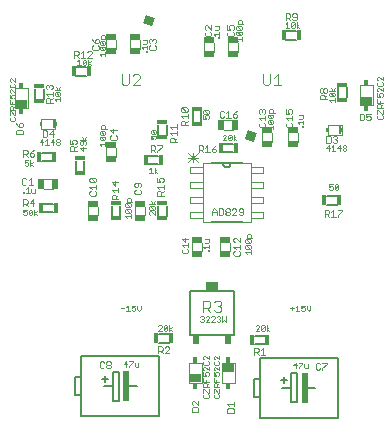
<source format=gto>
G75*
%MOIN*%
%OFA0B0*%
%FSLAX24Y24*%
%IPPOS*%
%LPD*%
%AMOC8*
5,1,8,0,0,1.08239X$1,22.5*
%
%ADD10C,0.0020*%
%ADD11R,0.0300X0.0300*%
%ADD12C,0.0000*%
%ADD13C,0.0030*%
%ADD14C,0.0060*%
%ADD15R,0.0340X0.0160*%
%ADD16C,0.0040*%
%ADD17R,0.0374X0.0197*%
%ADD18R,0.0160X0.0340*%
%ADD19R,0.0197X0.0374*%
%ADD20R,0.0083X0.0134*%
%ADD21R,0.0114X0.0315*%
%ADD22R,0.0433X0.0236*%
%ADD23R,0.0118X0.0217*%
%ADD24R,0.0433X0.0315*%
%ADD25C,0.0080*%
%ADD26R,0.0217X0.0285*%
%ADD27R,0.0394X0.0276*%
%ADD28R,0.0200X0.1000*%
D10*
X032010Y015197D02*
X032047Y015160D01*
X032120Y015160D01*
X032157Y015197D01*
X032231Y015197D02*
X032231Y015233D01*
X032268Y015270D01*
X032341Y015270D01*
X032378Y015233D01*
X032378Y015197D01*
X032341Y015160D01*
X032268Y015160D01*
X032231Y015197D01*
X032268Y015270D02*
X032231Y015307D01*
X032231Y015343D01*
X032268Y015380D01*
X032341Y015380D01*
X032378Y015343D01*
X032378Y015307D01*
X032341Y015270D01*
X032157Y015343D02*
X032120Y015380D01*
X032047Y015380D01*
X032010Y015343D01*
X032010Y015197D01*
X032810Y015300D02*
X032930Y015300D01*
X032994Y015240D02*
X032994Y015210D01*
X032994Y015240D02*
X033114Y015360D01*
X033114Y015390D01*
X032994Y015390D01*
X032900Y015390D02*
X032810Y015300D01*
X032900Y015210D02*
X032900Y015390D01*
X033178Y015330D02*
X033178Y015240D01*
X033208Y015210D01*
X033298Y015210D01*
X033298Y015330D01*
X033960Y015660D02*
X033960Y015880D01*
X034070Y015880D01*
X034107Y015843D01*
X034107Y015770D01*
X034070Y015733D01*
X033960Y015733D01*
X034033Y015733D02*
X034107Y015660D01*
X034181Y015660D02*
X034328Y015807D01*
X034328Y015843D01*
X034291Y015880D01*
X034218Y015880D01*
X034181Y015843D01*
X034181Y015660D02*
X034328Y015660D01*
X034328Y016410D02*
X034328Y016590D01*
X034264Y016560D02*
X034144Y016440D01*
X034174Y016410D01*
X034234Y016410D01*
X034264Y016440D01*
X034264Y016560D01*
X034234Y016590D01*
X034174Y016590D01*
X034144Y016560D01*
X034144Y016440D01*
X034080Y016410D02*
X033960Y016410D01*
X034080Y016530D01*
X034080Y016560D01*
X034050Y016590D01*
X033990Y016590D01*
X033960Y016560D01*
X034328Y016470D02*
X034418Y016530D01*
X034328Y016470D02*
X034418Y016410D01*
X035360Y016740D02*
X035390Y016710D01*
X035450Y016710D01*
X035480Y016740D01*
X035480Y016770D01*
X035450Y016800D01*
X035420Y016800D01*
X035450Y016800D02*
X035480Y016830D01*
X035480Y016860D01*
X035450Y016890D01*
X035390Y016890D01*
X035360Y016860D01*
X035544Y016860D02*
X035574Y016890D01*
X035634Y016890D01*
X035664Y016860D01*
X035664Y016830D01*
X035544Y016710D01*
X035664Y016710D01*
X035728Y016710D02*
X035848Y016830D01*
X035848Y016860D01*
X035818Y016890D01*
X035758Y016890D01*
X035728Y016860D01*
X035728Y016710D02*
X035848Y016710D01*
X035912Y016740D02*
X035942Y016710D01*
X036003Y016710D01*
X036033Y016740D01*
X036033Y016770D01*
X036003Y016800D01*
X035973Y016800D01*
X036003Y016800D02*
X036033Y016830D01*
X036033Y016860D01*
X036003Y016890D01*
X035942Y016890D01*
X035912Y016860D01*
X036097Y016890D02*
X036097Y016710D01*
X036157Y016770D01*
X036217Y016710D01*
X036217Y016890D01*
X037210Y016560D02*
X037240Y016590D01*
X037300Y016590D01*
X037330Y016560D01*
X037330Y016530D01*
X037210Y016410D01*
X037330Y016410D01*
X037394Y016440D02*
X037514Y016560D01*
X037514Y016440D01*
X037484Y016410D01*
X037424Y016410D01*
X037394Y016440D01*
X037394Y016560D01*
X037424Y016590D01*
X037484Y016590D01*
X037514Y016560D01*
X037578Y016590D02*
X037578Y016410D01*
X037578Y016470D02*
X037668Y016530D01*
X037578Y016470D02*
X037668Y016410D01*
X037454Y015830D02*
X037454Y015610D01*
X037381Y015610D02*
X037528Y015610D01*
X037381Y015757D02*
X037454Y015830D01*
X037307Y015793D02*
X037307Y015720D01*
X037270Y015683D01*
X037160Y015683D01*
X037160Y015610D02*
X037160Y015830D01*
X037270Y015830D01*
X037307Y015793D01*
X037233Y015683D02*
X037307Y015610D01*
X038460Y015250D02*
X038580Y015250D01*
X038644Y015190D02*
X038644Y015160D01*
X038644Y015190D02*
X038764Y015310D01*
X038764Y015340D01*
X038644Y015340D01*
X038550Y015340D02*
X038460Y015250D01*
X038550Y015160D02*
X038550Y015340D01*
X038828Y015280D02*
X038828Y015190D01*
X038858Y015160D01*
X038948Y015160D01*
X038948Y015280D01*
X039210Y015293D02*
X039210Y015147D01*
X039247Y015110D01*
X039320Y015110D01*
X039357Y015147D01*
X039431Y015147D02*
X039431Y015110D01*
X039431Y015147D02*
X039578Y015293D01*
X039578Y015330D01*
X039431Y015330D01*
X039357Y015293D02*
X039320Y015330D01*
X039247Y015330D01*
X039210Y015293D01*
X038973Y017060D02*
X039033Y017120D01*
X039033Y017240D01*
X038912Y017240D02*
X038912Y017120D01*
X038973Y017060D01*
X038848Y017090D02*
X038818Y017060D01*
X038758Y017060D01*
X038728Y017090D01*
X038728Y017150D02*
X038788Y017180D01*
X038818Y017180D01*
X038848Y017150D01*
X038848Y017090D01*
X038728Y017150D02*
X038728Y017240D01*
X038848Y017240D01*
X038604Y017240D02*
X038604Y017060D01*
X038544Y017060D02*
X038664Y017060D01*
X038544Y017180D02*
X038604Y017240D01*
X038480Y017150D02*
X038360Y017150D01*
X038420Y017210D02*
X038420Y017090D01*
X037040Y018960D02*
X037040Y019080D01*
X037040Y019020D02*
X036860Y019020D01*
X036920Y018960D01*
X036890Y019144D02*
X036860Y019174D01*
X036860Y019234D01*
X036890Y019264D01*
X037010Y019144D01*
X037040Y019174D01*
X037040Y019234D01*
X037010Y019264D01*
X036890Y019264D01*
X036890Y019328D02*
X036860Y019358D01*
X036860Y019418D01*
X036890Y019448D01*
X037010Y019328D01*
X037040Y019358D01*
X037040Y019418D01*
X037010Y019448D01*
X036890Y019448D01*
X036920Y019512D02*
X036920Y019603D01*
X036950Y019633D01*
X037010Y019633D01*
X037040Y019603D01*
X037040Y019512D01*
X037100Y019512D02*
X036920Y019512D01*
X036890Y019328D02*
X037010Y019328D01*
X037010Y019144D02*
X036890Y019144D01*
X036690Y019131D02*
X036690Y019278D01*
X036690Y019204D02*
X036470Y019204D01*
X036543Y019131D01*
X036507Y019057D02*
X036470Y019020D01*
X036470Y018947D01*
X036507Y018910D01*
X036653Y018910D01*
X036690Y018947D01*
X036690Y019020D01*
X036653Y019057D01*
X036690Y019352D02*
X036543Y019499D01*
X036507Y019499D01*
X036470Y019462D01*
X036470Y019389D01*
X036507Y019352D01*
X036690Y019352D02*
X036690Y019499D01*
X036681Y020260D02*
X036644Y020297D01*
X036681Y020260D02*
X036754Y020260D01*
X036791Y020297D01*
X036791Y020443D01*
X036754Y020480D01*
X036681Y020480D01*
X036644Y020443D01*
X036644Y020407D01*
X036681Y020370D01*
X036791Y020370D01*
X036570Y020407D02*
X036570Y020443D01*
X036533Y020480D01*
X036460Y020480D01*
X036423Y020443D01*
X036349Y020443D02*
X036349Y020407D01*
X036312Y020370D01*
X036239Y020370D01*
X036202Y020407D01*
X036202Y020443D01*
X036239Y020480D01*
X036312Y020480D01*
X036349Y020443D01*
X036312Y020370D02*
X036349Y020333D01*
X036349Y020297D01*
X036312Y020260D01*
X036239Y020260D01*
X036202Y020297D01*
X036202Y020333D01*
X036239Y020370D01*
X036128Y020297D02*
X036128Y020443D01*
X036091Y020480D01*
X035981Y020480D01*
X035981Y020260D01*
X036091Y020260D01*
X036128Y020297D01*
X035907Y020260D02*
X035907Y020407D01*
X035833Y020480D01*
X035760Y020407D01*
X035760Y020260D01*
X035760Y020370D02*
X035907Y020370D01*
X036423Y020260D02*
X036570Y020407D01*
X036570Y020260D02*
X036423Y020260D01*
X035640Y019456D02*
X035520Y019456D01*
X035520Y019336D02*
X035610Y019336D01*
X035640Y019366D01*
X035640Y019456D01*
X035640Y019272D02*
X035640Y019152D01*
X035640Y019212D02*
X035460Y019212D01*
X035520Y019152D01*
X035610Y019090D02*
X035640Y019090D01*
X035640Y019060D01*
X035610Y019060D01*
X035610Y019090D01*
X034940Y019100D02*
X034910Y019130D01*
X034940Y019100D02*
X034940Y019040D01*
X034910Y019010D01*
X034790Y019010D01*
X034760Y019040D01*
X034760Y019100D01*
X034790Y019130D01*
X034820Y019194D02*
X034760Y019254D01*
X034940Y019254D01*
X034940Y019194D02*
X034940Y019314D01*
X034850Y019378D02*
X034850Y019498D01*
X034940Y019468D02*
X034760Y019468D01*
X034850Y019378D01*
X033840Y020260D02*
X033720Y020380D01*
X033690Y020380D01*
X033660Y020350D01*
X033660Y020290D01*
X033690Y020260D01*
X033840Y020260D02*
X033840Y020380D01*
X033810Y020444D02*
X033690Y020564D01*
X033810Y020564D01*
X033840Y020534D01*
X033840Y020474D01*
X033810Y020444D01*
X033690Y020444D01*
X033660Y020474D01*
X033660Y020534D01*
X033690Y020564D01*
X033660Y020628D02*
X033840Y020628D01*
X033780Y020628D02*
X033720Y020718D01*
X033780Y020628D02*
X033840Y020718D01*
X033920Y020910D02*
X033920Y021020D01*
X033957Y021057D01*
X034030Y021057D01*
X034067Y021020D01*
X034067Y020910D01*
X034140Y020910D02*
X033920Y020910D01*
X034067Y020983D02*
X034140Y021057D01*
X034140Y021131D02*
X034140Y021278D01*
X034140Y021204D02*
X033920Y021204D01*
X033993Y021131D01*
X034030Y021352D02*
X033993Y021425D01*
X033993Y021462D01*
X034030Y021499D01*
X034103Y021499D01*
X034140Y021462D01*
X034140Y021389D01*
X034103Y021352D01*
X034030Y021352D02*
X033920Y021352D01*
X033920Y021499D01*
X033934Y021660D02*
X033844Y021720D01*
X033934Y021780D01*
X033844Y021840D02*
X033844Y021660D01*
X033780Y021660D02*
X033660Y021660D01*
X033720Y021660D02*
X033720Y021840D01*
X033660Y021780D01*
X033710Y022360D02*
X033710Y022580D01*
X033820Y022580D01*
X033857Y022543D01*
X033857Y022470D01*
X033820Y022433D01*
X033710Y022433D01*
X033783Y022433D02*
X033857Y022360D01*
X033931Y022360D02*
X033931Y022397D01*
X034078Y022543D01*
X034078Y022580D01*
X033931Y022580D01*
X033860Y022792D02*
X033890Y022822D01*
X033890Y022882D01*
X033860Y022912D01*
X033800Y022912D01*
X033770Y022882D01*
X033770Y022852D01*
X033800Y022792D01*
X033710Y022792D01*
X033710Y022912D01*
X033740Y022976D02*
X033710Y023006D01*
X033710Y023066D01*
X033740Y023096D01*
X033860Y022976D01*
X033890Y023006D01*
X033890Y023066D01*
X033860Y023096D01*
X033740Y023096D01*
X033740Y022976D02*
X033860Y022976D01*
X034360Y022991D02*
X034433Y022918D01*
X034397Y022844D02*
X034470Y022844D01*
X034507Y022807D01*
X034507Y022697D01*
X034580Y022697D02*
X034360Y022697D01*
X034360Y022807D01*
X034397Y022844D01*
X034507Y022770D02*
X034580Y022844D01*
X034580Y022918D02*
X034580Y023065D01*
X034580Y022991D02*
X034360Y022991D01*
X034433Y023139D02*
X034360Y023212D01*
X034580Y023212D01*
X034580Y023139D02*
X034580Y023286D01*
X034720Y023260D02*
X034720Y023370D01*
X034757Y023407D01*
X034830Y023407D01*
X034867Y023370D01*
X034867Y023260D01*
X034940Y023260D02*
X034720Y023260D01*
X034867Y023333D02*
X034940Y023407D01*
X034940Y023481D02*
X034940Y023628D01*
X034940Y023554D02*
X034720Y023554D01*
X034793Y023481D01*
X034757Y023702D02*
X034720Y023739D01*
X034720Y023812D01*
X034757Y023849D01*
X034903Y023702D01*
X034940Y023739D01*
X034940Y023812D01*
X034903Y023849D01*
X034757Y023849D01*
X034757Y023702D02*
X034903Y023702D01*
X035460Y023674D02*
X035460Y023734D01*
X035490Y023764D01*
X035610Y023644D01*
X035640Y023674D01*
X035640Y023734D01*
X035610Y023764D01*
X035490Y023764D01*
X035460Y023674D02*
X035490Y023644D01*
X035610Y023644D01*
X035610Y023580D02*
X035640Y023550D01*
X035640Y023490D01*
X035610Y023460D01*
X035550Y023460D02*
X035520Y023520D01*
X035520Y023550D01*
X035550Y023580D01*
X035610Y023580D01*
X035550Y023460D02*
X035460Y023460D01*
X035460Y023580D01*
X036010Y023547D02*
X036047Y023510D01*
X036120Y023510D01*
X036157Y023547D01*
X036231Y023510D02*
X036378Y023510D01*
X036304Y023510D02*
X036304Y023730D01*
X036231Y023657D01*
X036157Y023693D02*
X036120Y023730D01*
X036047Y023730D01*
X036010Y023693D01*
X036010Y023547D01*
X036452Y023547D02*
X036489Y023510D01*
X036562Y023510D01*
X036599Y023547D01*
X036599Y023583D01*
X036562Y023620D01*
X036452Y023620D01*
X036452Y023547D01*
X036452Y023620D02*
X036525Y023693D01*
X036599Y023730D01*
X037310Y023749D02*
X037310Y023676D01*
X037347Y023639D01*
X037420Y023712D02*
X037420Y023749D01*
X037457Y023786D01*
X037493Y023786D01*
X037530Y023749D01*
X037530Y023676D01*
X037493Y023639D01*
X037530Y023565D02*
X037530Y023418D01*
X037530Y023491D02*
X037310Y023491D01*
X037383Y023418D01*
X037347Y023344D02*
X037310Y023307D01*
X037310Y023234D01*
X037347Y023197D01*
X037493Y023197D01*
X037530Y023234D01*
X037530Y023307D01*
X037493Y023344D01*
X037610Y023338D02*
X037610Y023398D01*
X037640Y023428D01*
X037760Y023308D01*
X037790Y023338D01*
X037790Y023398D01*
X037760Y023428D01*
X037640Y023428D01*
X037640Y023492D02*
X037610Y023522D01*
X037610Y023582D01*
X037640Y023612D01*
X037760Y023492D01*
X037790Y023522D01*
X037790Y023582D01*
X037760Y023612D01*
X037640Y023612D01*
X037670Y023676D02*
X037670Y023766D01*
X037700Y023796D01*
X037760Y023796D01*
X037790Y023766D01*
X037790Y023676D01*
X037850Y023676D02*
X037670Y023676D01*
X037640Y023492D02*
X037760Y023492D01*
X037760Y023308D02*
X037640Y023308D01*
X037610Y023338D01*
X037610Y023183D02*
X037790Y023183D01*
X037790Y023123D02*
X037790Y023243D01*
X037670Y023123D02*
X037610Y023183D01*
X038210Y023234D02*
X038247Y023197D01*
X038393Y023197D01*
X038430Y023234D01*
X038430Y023307D01*
X038393Y023344D01*
X038430Y023418D02*
X038430Y023565D01*
X038430Y023491D02*
X038210Y023491D01*
X038283Y023418D01*
X038247Y023344D02*
X038210Y023307D01*
X038210Y023234D01*
X038210Y023639D02*
X038320Y023639D01*
X038283Y023712D01*
X038283Y023749D01*
X038320Y023786D01*
X038393Y023786D01*
X038430Y023749D01*
X038430Y023676D01*
X038393Y023639D01*
X038210Y023639D02*
X038210Y023786D01*
X038670Y023596D02*
X038790Y023596D01*
X038790Y023506D01*
X038760Y023476D01*
X038670Y023476D01*
X038790Y023412D02*
X038790Y023292D01*
X038790Y023352D02*
X038610Y023352D01*
X038670Y023292D01*
X038760Y023230D02*
X038790Y023230D01*
X038790Y023200D01*
X038760Y023200D01*
X038760Y023230D01*
X039568Y022890D02*
X039678Y022890D01*
X039715Y022853D01*
X039715Y022707D01*
X039678Y022670D01*
X039568Y022670D01*
X039568Y022890D01*
X039789Y022853D02*
X039826Y022890D01*
X039899Y022890D01*
X039936Y022853D01*
X039936Y022817D01*
X039899Y022780D01*
X039936Y022743D01*
X039936Y022707D01*
X039899Y022670D01*
X039826Y022670D01*
X039789Y022707D01*
X039862Y022780D02*
X039899Y022780D01*
X039804Y022590D02*
X039804Y022410D01*
X039744Y022410D02*
X039864Y022410D01*
X039928Y022500D02*
X040048Y022500D01*
X040112Y022470D02*
X040142Y022500D01*
X040203Y022500D01*
X040233Y022470D01*
X040233Y022440D01*
X040203Y022410D01*
X040142Y022410D01*
X040112Y022440D01*
X040112Y022470D01*
X040142Y022500D02*
X040112Y022530D01*
X040112Y022560D01*
X040142Y022590D01*
X040203Y022590D01*
X040233Y022560D01*
X040233Y022530D01*
X040203Y022500D01*
X040018Y022410D02*
X040018Y022590D01*
X039928Y022500D01*
X039804Y022590D02*
X039744Y022530D01*
X039680Y022500D02*
X039560Y022500D01*
X039650Y022590D01*
X039650Y022410D01*
X039660Y021290D02*
X039660Y021200D01*
X039720Y021230D01*
X039750Y021230D01*
X039780Y021200D01*
X039780Y021140D01*
X039750Y021110D01*
X039690Y021110D01*
X039660Y021140D01*
X039660Y021290D02*
X039780Y021290D01*
X039844Y021260D02*
X039874Y021290D01*
X039934Y021290D01*
X039964Y021260D01*
X039844Y021140D01*
X039874Y021110D01*
X039934Y021110D01*
X039964Y021140D01*
X039964Y021260D01*
X039844Y021260D02*
X039844Y021140D01*
X039804Y020430D02*
X039804Y020210D01*
X039731Y020210D02*
X039878Y020210D01*
X039952Y020210D02*
X039952Y020247D01*
X040099Y020393D01*
X040099Y020430D01*
X039952Y020430D01*
X039804Y020430D02*
X039731Y020357D01*
X039657Y020393D02*
X039657Y020320D01*
X039620Y020283D01*
X039510Y020283D01*
X039510Y020210D02*
X039510Y020430D01*
X039620Y020430D01*
X039657Y020393D01*
X039583Y020283D02*
X039657Y020210D01*
X036568Y022760D02*
X036478Y022820D01*
X036568Y022880D01*
X036478Y022940D02*
X036478Y022760D01*
X036414Y022790D02*
X036384Y022760D01*
X036324Y022760D01*
X036294Y022790D01*
X036414Y022910D01*
X036414Y022790D01*
X036294Y022790D02*
X036294Y022910D01*
X036324Y022940D01*
X036384Y022940D01*
X036414Y022910D01*
X036230Y022910D02*
X036200Y022940D01*
X036140Y022940D01*
X036110Y022910D01*
X036230Y022910D02*
X036230Y022880D01*
X036110Y022760D01*
X036230Y022760D01*
X035899Y022580D02*
X035825Y022543D01*
X035752Y022470D01*
X035862Y022470D01*
X035899Y022433D01*
X035899Y022397D01*
X035862Y022360D01*
X035789Y022360D01*
X035752Y022397D01*
X035752Y022470D01*
X035678Y022360D02*
X035531Y022360D01*
X035604Y022360D02*
X035604Y022580D01*
X035531Y022507D01*
X035457Y022543D02*
X035457Y022470D01*
X035420Y022433D01*
X035310Y022433D01*
X035310Y022360D02*
X035310Y022580D01*
X035420Y022580D01*
X035457Y022543D01*
X035383Y022433D02*
X035457Y022360D01*
X037310Y023749D02*
X037347Y023786D01*
X037383Y023786D01*
X037420Y023749D01*
X039360Y024118D02*
X039360Y024228D01*
X039397Y024265D01*
X039470Y024265D01*
X039507Y024228D01*
X039507Y024118D01*
X039580Y024118D02*
X039360Y024118D01*
X039507Y024191D02*
X039580Y024265D01*
X039660Y024252D02*
X039660Y024312D01*
X039690Y024342D01*
X039810Y024222D01*
X039840Y024252D01*
X039840Y024312D01*
X039810Y024342D01*
X039690Y024342D01*
X039660Y024407D02*
X039840Y024407D01*
X039780Y024407D02*
X039840Y024497D01*
X039780Y024407D02*
X039720Y024497D01*
X039580Y024449D02*
X039580Y024376D01*
X039543Y024339D01*
X039507Y024339D01*
X039470Y024376D01*
X039470Y024449D01*
X039507Y024486D01*
X039543Y024486D01*
X039580Y024449D01*
X039470Y024449D02*
X039433Y024486D01*
X039397Y024486D01*
X039360Y024449D01*
X039360Y024376D01*
X039397Y024339D01*
X039433Y024339D01*
X039470Y024376D01*
X039660Y024252D02*
X039690Y024222D01*
X039810Y024222D01*
X039840Y024158D02*
X039840Y024038D01*
X039840Y024098D02*
X039660Y024098D01*
X039720Y024038D01*
X040673Y023641D02*
X040783Y023641D01*
X040820Y023604D01*
X040820Y023457D01*
X040783Y023420D01*
X040673Y023420D01*
X040673Y023641D01*
X040894Y023641D02*
X040894Y023530D01*
X040967Y023567D01*
X041004Y023567D01*
X041041Y023530D01*
X041041Y023457D01*
X041004Y023420D01*
X040930Y023420D01*
X040894Y023457D01*
X040894Y023641D02*
X041041Y023641D01*
X041260Y023644D02*
X041260Y023764D01*
X041290Y023764D01*
X041410Y023644D01*
X041440Y023644D01*
X041440Y023764D01*
X041440Y023828D02*
X041260Y023828D01*
X041260Y023918D01*
X041290Y023948D01*
X041350Y023948D01*
X041380Y023918D01*
X041380Y023828D01*
X041380Y023888D02*
X041440Y023948D01*
X041440Y024012D02*
X041260Y024012D01*
X041260Y024133D01*
X041260Y024197D02*
X041350Y024197D01*
X041320Y024257D01*
X041320Y024287D01*
X041350Y024317D01*
X041410Y024317D01*
X041440Y024287D01*
X041440Y024227D01*
X041410Y024197D01*
X041350Y024073D02*
X041350Y024012D01*
X041260Y024197D02*
X041260Y024317D01*
X041290Y024381D02*
X041260Y024411D01*
X041260Y024471D01*
X041290Y024501D01*
X041320Y024501D01*
X041440Y024381D01*
X041440Y024501D01*
X041410Y024565D02*
X041440Y024595D01*
X041440Y024655D01*
X041410Y024685D01*
X041440Y024749D02*
X041320Y024869D01*
X041290Y024869D01*
X041260Y024839D01*
X041260Y024779D01*
X041290Y024749D01*
X041290Y024685D02*
X041260Y024655D01*
X041260Y024595D01*
X041290Y024565D01*
X041410Y024565D01*
X041440Y024749D02*
X041440Y024869D01*
X041410Y023580D02*
X041440Y023550D01*
X041440Y023490D01*
X041410Y023460D01*
X041290Y023460D01*
X041260Y023490D01*
X041260Y023550D01*
X041290Y023580D01*
X038668Y026510D02*
X038578Y026570D01*
X038668Y026630D01*
X038578Y026690D02*
X038578Y026510D01*
X038514Y026540D02*
X038484Y026510D01*
X038424Y026510D01*
X038394Y026540D01*
X038514Y026660D01*
X038514Y026540D01*
X038394Y026540D02*
X038394Y026660D01*
X038424Y026690D01*
X038484Y026690D01*
X038514Y026660D01*
X038541Y026760D02*
X038578Y026797D01*
X038578Y026943D01*
X038541Y026980D01*
X038468Y026980D01*
X038431Y026943D01*
X038431Y026907D01*
X038468Y026870D01*
X038578Y026870D01*
X038541Y026760D02*
X038468Y026760D01*
X038431Y026797D01*
X038357Y026760D02*
X038283Y026833D01*
X038320Y026833D02*
X038210Y026833D01*
X038210Y026760D02*
X038210Y026980D01*
X038320Y026980D01*
X038357Y026943D01*
X038357Y026870D01*
X038320Y026833D01*
X038270Y026690D02*
X038270Y026510D01*
X038210Y026510D02*
X038330Y026510D01*
X038210Y026630D02*
X038270Y026690D01*
X036800Y026626D02*
X036620Y026626D01*
X036620Y026716D01*
X036650Y026746D01*
X036710Y026746D01*
X036740Y026716D01*
X036740Y026626D01*
X036710Y026562D02*
X036740Y026532D01*
X036740Y026472D01*
X036710Y026442D01*
X036590Y026562D01*
X036710Y026562D01*
X036590Y026562D02*
X036560Y026532D01*
X036560Y026472D01*
X036590Y026442D01*
X036710Y026442D01*
X036710Y026378D02*
X036740Y026348D01*
X036740Y026288D01*
X036710Y026258D01*
X036590Y026378D01*
X036710Y026378D01*
X036590Y026378D02*
X036560Y026348D01*
X036560Y026288D01*
X036590Y026258D01*
X036710Y026258D01*
X036740Y026193D02*
X036740Y026073D01*
X036740Y026133D02*
X036560Y026133D01*
X036620Y026073D01*
X036443Y026218D02*
X036480Y026255D01*
X036480Y026328D01*
X036443Y026365D01*
X036443Y026439D02*
X036480Y026476D01*
X036480Y026549D01*
X036443Y026586D01*
X036370Y026586D01*
X036333Y026549D01*
X036333Y026512D01*
X036370Y026439D01*
X036260Y026439D01*
X036260Y026586D01*
X036297Y026365D02*
X036260Y026328D01*
X036260Y026255D01*
X036297Y026218D01*
X036443Y026218D01*
X035990Y026242D02*
X035990Y026362D01*
X035990Y026302D02*
X035810Y026302D01*
X035870Y026242D01*
X035960Y026180D02*
X035990Y026180D01*
X035990Y026150D01*
X035960Y026150D01*
X035960Y026180D01*
X035730Y026255D02*
X035730Y026328D01*
X035693Y026365D01*
X035730Y026439D02*
X035583Y026586D01*
X035547Y026586D01*
X035510Y026549D01*
X035510Y026476D01*
X035547Y026439D01*
X035547Y026365D02*
X035510Y026328D01*
X035510Y026255D01*
X035547Y026218D01*
X035693Y026218D01*
X035730Y026255D01*
X035730Y026439D02*
X035730Y026586D01*
X035870Y026546D02*
X035990Y026546D01*
X035990Y026456D01*
X035960Y026426D01*
X035870Y026426D01*
X033880Y026099D02*
X033880Y026026D01*
X033843Y025989D01*
X033843Y025915D02*
X033880Y025878D01*
X033880Y025805D01*
X033843Y025768D01*
X033697Y025768D01*
X033660Y025805D01*
X033660Y025878D01*
X033697Y025915D01*
X033697Y025989D02*
X033660Y026026D01*
X033660Y026099D01*
X033697Y026136D01*
X033733Y026136D01*
X033770Y026099D01*
X033807Y026136D01*
X033843Y026136D01*
X033880Y026099D01*
X033770Y026099D02*
X033770Y026062D01*
X033590Y026096D02*
X033470Y026096D01*
X033590Y026096D02*
X033590Y026006D01*
X033560Y025976D01*
X033470Y025976D01*
X033590Y025912D02*
X033590Y025792D01*
X033590Y025852D02*
X033410Y025852D01*
X033470Y025792D01*
X033560Y025730D02*
X033560Y025700D01*
X033590Y025700D01*
X033590Y025730D01*
X033560Y025730D01*
X032250Y026126D02*
X032070Y026126D01*
X032070Y026216D01*
X032100Y026246D01*
X032160Y026246D01*
X032190Y026216D01*
X032190Y026126D01*
X032160Y026062D02*
X032190Y026032D01*
X032190Y025972D01*
X032160Y025942D01*
X032040Y026062D01*
X032160Y026062D01*
X032040Y026062D02*
X032010Y026032D01*
X032010Y025972D01*
X032040Y025942D01*
X032160Y025942D01*
X032160Y025878D02*
X032190Y025848D01*
X032190Y025788D01*
X032160Y025758D01*
X032040Y025878D01*
X032160Y025878D01*
X032040Y025878D02*
X032010Y025848D01*
X032010Y025788D01*
X032040Y025758D01*
X032160Y025758D01*
X032190Y025693D02*
X032190Y025573D01*
X032190Y025633D02*
X032010Y025633D01*
X032070Y025573D01*
X031943Y025768D02*
X031980Y025805D01*
X031980Y025878D01*
X031943Y025915D01*
X031943Y025989D02*
X031980Y026026D01*
X031980Y026099D01*
X031943Y026136D01*
X031907Y026136D01*
X031870Y026099D01*
X031870Y025989D01*
X031943Y025989D01*
X031870Y025989D02*
X031797Y026062D01*
X031760Y026136D01*
X031797Y025915D02*
X031760Y025878D01*
X031760Y025805D01*
X031797Y025768D01*
X031943Y025768D01*
X031749Y025693D02*
X031712Y025730D01*
X031639Y025730D01*
X031602Y025693D01*
X031749Y025693D02*
X031749Y025657D01*
X031602Y025510D01*
X031749Y025510D01*
X031718Y025380D02*
X031628Y025320D01*
X031718Y025260D01*
X031628Y025260D02*
X031628Y025440D01*
X031564Y025410D02*
X031444Y025290D01*
X031474Y025260D01*
X031534Y025260D01*
X031564Y025290D01*
X031564Y025410D01*
X031534Y025440D01*
X031474Y025440D01*
X031444Y025410D01*
X031444Y025290D01*
X031380Y025260D02*
X031260Y025260D01*
X031320Y025260D02*
X031320Y025440D01*
X031260Y025380D01*
X031307Y025510D02*
X031233Y025583D01*
X031270Y025583D02*
X031160Y025583D01*
X031160Y025510D02*
X031160Y025730D01*
X031270Y025730D01*
X031307Y025693D01*
X031307Y025620D01*
X031270Y025583D01*
X031381Y025510D02*
X031528Y025510D01*
X031454Y025510D02*
X031454Y025730D01*
X031381Y025657D01*
X030403Y024599D02*
X030440Y024562D01*
X030440Y024489D01*
X030403Y024452D01*
X030440Y024378D02*
X030440Y024231D01*
X030440Y024304D02*
X030220Y024304D01*
X030293Y024231D01*
X030257Y024157D02*
X030330Y024157D01*
X030367Y024120D01*
X030367Y024010D01*
X030440Y024010D02*
X030220Y024010D01*
X030220Y024120D01*
X030257Y024157D01*
X030367Y024083D02*
X030440Y024157D01*
X030510Y024120D02*
X030690Y024120D01*
X030690Y024060D02*
X030690Y024180D01*
X030660Y024244D02*
X030540Y024364D01*
X030660Y024364D01*
X030690Y024334D01*
X030690Y024274D01*
X030660Y024244D01*
X030540Y024244D01*
X030510Y024274D01*
X030510Y024334D01*
X030540Y024364D01*
X030510Y024428D02*
X030690Y024428D01*
X030630Y024428D02*
X030570Y024518D01*
X030630Y024428D02*
X030690Y024518D01*
X030403Y024599D02*
X030367Y024599D01*
X030330Y024562D01*
X030330Y024525D01*
X030330Y024562D02*
X030293Y024599D01*
X030257Y024599D01*
X030220Y024562D01*
X030220Y024489D01*
X030257Y024452D01*
X030510Y024120D02*
X030570Y024060D01*
X030441Y023080D02*
X030331Y022970D01*
X030478Y022970D01*
X030441Y022860D02*
X030441Y023080D01*
X030257Y023043D02*
X030257Y022897D01*
X030220Y022860D01*
X030110Y022860D01*
X030110Y023080D01*
X030220Y023080D01*
X030257Y023043D01*
X030254Y022790D02*
X030254Y022610D01*
X030194Y022610D02*
X030314Y022610D01*
X030378Y022700D02*
X030498Y022700D01*
X030562Y022670D02*
X030592Y022700D01*
X030653Y022700D01*
X030683Y022670D01*
X030683Y022640D01*
X030653Y022610D01*
X030592Y022610D01*
X030562Y022640D01*
X030562Y022670D01*
X030592Y022700D02*
X030562Y022730D01*
X030562Y022760D01*
X030592Y022790D01*
X030653Y022790D01*
X030683Y022760D01*
X030683Y022730D01*
X030653Y022700D01*
X030468Y022610D02*
X030468Y022790D01*
X030378Y022700D01*
X030254Y022790D02*
X030194Y022730D01*
X030130Y022700D02*
X030010Y022700D01*
X030100Y022790D01*
X030100Y022610D01*
X029828Y022430D02*
X029754Y022393D01*
X029681Y022320D01*
X029791Y022320D01*
X029828Y022283D01*
X029828Y022247D01*
X029791Y022210D01*
X029718Y022210D01*
X029681Y022247D01*
X029681Y022320D01*
X029607Y022320D02*
X029570Y022283D01*
X029460Y022283D01*
X029460Y022210D02*
X029460Y022430D01*
X029570Y022430D01*
X029607Y022393D01*
X029607Y022320D01*
X029533Y022283D02*
X029607Y022210D01*
X029630Y022090D02*
X029510Y022090D01*
X029510Y022000D01*
X029570Y022030D01*
X029600Y022030D01*
X029630Y022000D01*
X029630Y021940D01*
X029600Y021910D01*
X029540Y021910D01*
X029510Y021940D01*
X029694Y021910D02*
X029694Y022090D01*
X029784Y022030D02*
X029694Y021970D01*
X029784Y021910D01*
X029712Y021490D02*
X029639Y021417D01*
X029565Y021453D02*
X029528Y021490D01*
X029455Y021490D01*
X029418Y021453D01*
X029418Y021307D01*
X029455Y021270D01*
X029528Y021270D01*
X029565Y021307D01*
X029639Y021270D02*
X029786Y021270D01*
X029712Y021270D02*
X029712Y021490D01*
X029612Y021190D02*
X029612Y021010D01*
X029552Y021010D02*
X029672Y021010D01*
X029736Y021040D02*
X029766Y021010D01*
X029856Y021010D01*
X029856Y021130D01*
X029736Y021130D02*
X029736Y021040D01*
X029612Y021190D02*
X029552Y021130D01*
X029490Y021040D02*
X029490Y021010D01*
X029460Y021010D01*
X029460Y021040D01*
X029490Y021040D01*
X029460Y020780D02*
X029570Y020780D01*
X029607Y020743D01*
X029607Y020670D01*
X029570Y020633D01*
X029460Y020633D01*
X029460Y020560D02*
X029460Y020780D01*
X029533Y020633D02*
X029607Y020560D01*
X029580Y020440D02*
X029460Y020440D01*
X029460Y020350D01*
X029520Y020380D01*
X029550Y020380D01*
X029580Y020350D01*
X029580Y020290D01*
X029550Y020260D01*
X029490Y020260D01*
X029460Y020290D01*
X029644Y020290D02*
X029764Y020410D01*
X029764Y020290D01*
X029734Y020260D01*
X029674Y020260D01*
X029644Y020290D01*
X029644Y020410D01*
X029674Y020440D01*
X029734Y020440D01*
X029764Y020410D01*
X029828Y020440D02*
X029828Y020260D01*
X029828Y020320D02*
X029918Y020380D01*
X029828Y020320D02*
X029918Y020260D01*
X029791Y020560D02*
X029791Y020780D01*
X029681Y020670D01*
X029828Y020670D01*
X031670Y020947D02*
X031707Y020910D01*
X031853Y020910D01*
X031890Y020947D01*
X031890Y021020D01*
X031853Y021057D01*
X031890Y021131D02*
X031890Y021278D01*
X031890Y021204D02*
X031670Y021204D01*
X031743Y021131D01*
X031707Y021057D02*
X031670Y021020D01*
X031670Y020947D01*
X031707Y021352D02*
X031670Y021389D01*
X031670Y021462D01*
X031707Y021499D01*
X031853Y021352D01*
X031890Y021389D01*
X031890Y021462D01*
X031853Y021499D01*
X031707Y021499D01*
X031707Y021352D02*
X031853Y021352D01*
X032410Y021349D02*
X032520Y021239D01*
X032520Y021386D01*
X032630Y021349D02*
X032410Y021349D01*
X032410Y021091D02*
X032630Y021091D01*
X032630Y021018D02*
X032630Y021165D01*
X032483Y021018D02*
X032410Y021091D01*
X032447Y020944D02*
X032520Y020944D01*
X032557Y020907D01*
X032557Y020797D01*
X032630Y020797D02*
X032410Y020797D01*
X032410Y020907D01*
X032447Y020944D01*
X032557Y020870D02*
X032630Y020944D01*
X032920Y020803D02*
X032950Y020833D01*
X033010Y020833D01*
X033040Y020803D01*
X033040Y020712D01*
X033100Y020712D02*
X032920Y020712D01*
X032920Y020803D01*
X032890Y020648D02*
X033010Y020528D01*
X033040Y020558D01*
X033040Y020618D01*
X033010Y020648D01*
X032890Y020648D01*
X032860Y020618D01*
X032860Y020558D01*
X032890Y020528D01*
X033010Y020528D01*
X033010Y020464D02*
X033040Y020434D01*
X033040Y020374D01*
X033010Y020344D01*
X032890Y020464D01*
X033010Y020464D01*
X033010Y020344D02*
X032890Y020344D01*
X032860Y020374D01*
X032860Y020434D01*
X032890Y020464D01*
X033040Y020280D02*
X033040Y020160D01*
X033040Y020220D02*
X032860Y020220D01*
X032920Y020160D01*
X033207Y020960D02*
X033353Y020960D01*
X033390Y020997D01*
X033390Y021070D01*
X033353Y021107D01*
X033353Y021181D02*
X033390Y021218D01*
X033390Y021291D01*
X033353Y021328D01*
X033207Y021328D01*
X033170Y021291D01*
X033170Y021218D01*
X033207Y021181D01*
X033243Y021181D01*
X033280Y021218D01*
X033280Y021328D01*
X033207Y021107D02*
X033170Y021070D01*
X033170Y020997D01*
X033207Y020960D01*
X031540Y022500D02*
X031360Y022500D01*
X031450Y022410D01*
X031450Y022530D01*
X031420Y022594D02*
X031450Y022624D01*
X031450Y022714D01*
X031510Y022714D02*
X031390Y022714D01*
X031360Y022684D01*
X031360Y022624D01*
X031390Y022594D01*
X031420Y022594D01*
X031510Y022594D02*
X031540Y022624D01*
X031540Y022684D01*
X031510Y022714D01*
X031540Y022778D02*
X031360Y022778D01*
X031420Y022868D02*
X031480Y022778D01*
X031540Y022868D01*
X031240Y022741D02*
X031240Y022668D01*
X031203Y022631D01*
X031130Y022631D02*
X031093Y022704D01*
X031093Y022741D01*
X031130Y022778D01*
X031203Y022778D01*
X031240Y022741D01*
X031130Y022631D02*
X031020Y022631D01*
X031020Y022778D01*
X031057Y022557D02*
X031130Y022557D01*
X031167Y022520D01*
X031167Y022410D01*
X031240Y022410D02*
X031020Y022410D01*
X031020Y022520D01*
X031057Y022557D01*
X031167Y022483D02*
X031240Y022557D01*
X032010Y022633D02*
X032190Y022633D01*
X032190Y022573D02*
X032190Y022693D01*
X032160Y022758D02*
X032040Y022878D01*
X032160Y022878D01*
X032190Y022848D01*
X032190Y022788D01*
X032160Y022758D01*
X032040Y022758D01*
X032010Y022788D01*
X032010Y022848D01*
X032040Y022878D01*
X032040Y022942D02*
X032010Y022972D01*
X032010Y023032D01*
X032040Y023062D01*
X032160Y022942D01*
X032190Y022972D01*
X032190Y023032D01*
X032160Y023062D01*
X032040Y023062D01*
X032070Y023126D02*
X032070Y023216D01*
X032100Y023246D01*
X032160Y023246D01*
X032190Y023216D01*
X032190Y023126D01*
X032250Y023126D02*
X032070Y023126D01*
X032040Y022942D02*
X032160Y022942D01*
X032360Y022878D02*
X032360Y022805D01*
X032397Y022768D01*
X032543Y022768D01*
X032580Y022805D01*
X032580Y022878D01*
X032543Y022915D01*
X032470Y022989D02*
X032470Y023136D01*
X032580Y023099D02*
X032360Y023099D01*
X032470Y022989D01*
X032397Y022915D02*
X032360Y022878D01*
X032070Y022573D02*
X032010Y022633D01*
X029445Y022960D02*
X029445Y023070D01*
X029408Y023107D01*
X029261Y023107D01*
X029225Y023070D01*
X029225Y022960D01*
X029445Y022960D01*
X029408Y023181D02*
X029445Y023218D01*
X029445Y023291D01*
X029408Y023328D01*
X029371Y023328D01*
X029335Y023291D01*
X029335Y023181D01*
X029408Y023181D01*
X029335Y023181D02*
X029261Y023255D01*
X029225Y023328D01*
X029160Y023410D02*
X029040Y023410D01*
X029010Y023440D01*
X029010Y023500D01*
X029040Y023530D01*
X029010Y023594D02*
X029010Y023714D01*
X029040Y023714D01*
X029160Y023594D01*
X029190Y023594D01*
X029190Y023714D01*
X029190Y023778D02*
X029010Y023778D01*
X029010Y023868D01*
X029040Y023898D01*
X029100Y023898D01*
X029130Y023868D01*
X029130Y023778D01*
X029130Y023838D02*
X029190Y023898D01*
X029190Y023962D02*
X029010Y023962D01*
X029010Y024083D01*
X029010Y024147D02*
X029100Y024147D01*
X029070Y024207D01*
X029070Y024237D01*
X029100Y024267D01*
X029160Y024267D01*
X029190Y024237D01*
X029190Y024177D01*
X029160Y024147D01*
X029100Y024023D02*
X029100Y023962D01*
X029010Y024147D02*
X029010Y024267D01*
X029040Y024331D02*
X029010Y024361D01*
X029010Y024421D01*
X029040Y024451D01*
X029070Y024451D01*
X029190Y024331D01*
X029190Y024451D01*
X029160Y024515D02*
X029190Y024545D01*
X029190Y024605D01*
X029160Y024635D01*
X029190Y024699D02*
X029070Y024819D01*
X029040Y024819D01*
X029010Y024789D01*
X029010Y024729D01*
X029040Y024699D01*
X029040Y024635D02*
X029010Y024605D01*
X029010Y024545D01*
X029040Y024515D01*
X029160Y024515D01*
X029190Y024699D02*
X029190Y024819D01*
X029160Y023530D02*
X029190Y023500D01*
X029190Y023440D01*
X029160Y023410D01*
X032710Y017150D02*
X032830Y017150D01*
X032894Y017180D02*
X032954Y017240D01*
X032954Y017060D01*
X032894Y017060D02*
X033014Y017060D01*
X033078Y017090D02*
X033108Y017060D01*
X033168Y017060D01*
X033198Y017090D01*
X033198Y017150D01*
X033168Y017180D01*
X033138Y017180D01*
X033078Y017150D01*
X033078Y017240D01*
X033198Y017240D01*
X033262Y017240D02*
X033262Y017120D01*
X033323Y017060D01*
X033383Y017120D01*
X033383Y017240D01*
X035460Y015539D02*
X035460Y015479D01*
X035490Y015449D01*
X035490Y015385D02*
X035460Y015355D01*
X035460Y015295D01*
X035490Y015265D01*
X035610Y015265D01*
X035640Y015295D01*
X035640Y015355D01*
X035610Y015385D01*
X035640Y015449D02*
X035520Y015569D01*
X035490Y015569D01*
X035460Y015539D01*
X035640Y015569D02*
X035640Y015449D01*
X035810Y015479D02*
X035840Y015449D01*
X035810Y015479D02*
X035810Y015539D01*
X035840Y015569D01*
X035870Y015569D01*
X035990Y015449D01*
X035990Y015569D01*
X035960Y015385D02*
X035990Y015355D01*
X035990Y015295D01*
X035960Y015265D01*
X035840Y015265D01*
X035810Y015295D01*
X035810Y015355D01*
X035840Y015385D01*
X035840Y015201D02*
X035810Y015171D01*
X035810Y015111D01*
X035840Y015081D01*
X035810Y015017D02*
X035810Y014897D01*
X035900Y014897D01*
X035870Y014957D01*
X035870Y014987D01*
X035900Y015017D01*
X035960Y015017D01*
X035990Y014987D01*
X035990Y014927D01*
X035960Y014897D01*
X035900Y014773D02*
X035900Y014712D01*
X035900Y014648D02*
X035930Y014618D01*
X035930Y014528D01*
X035990Y014528D02*
X035810Y014528D01*
X035810Y014618D01*
X035840Y014648D01*
X035900Y014648D01*
X035930Y014588D02*
X035990Y014648D01*
X035990Y014712D02*
X035810Y014712D01*
X035810Y014833D01*
X035640Y014927D02*
X035610Y014897D01*
X035640Y014927D02*
X035640Y014987D01*
X035610Y015017D01*
X035550Y015017D01*
X035520Y014987D01*
X035520Y014957D01*
X035550Y014897D01*
X035460Y014897D01*
X035460Y015017D01*
X035490Y015081D02*
X035460Y015111D01*
X035460Y015171D01*
X035490Y015201D01*
X035520Y015201D01*
X035640Y015081D01*
X035640Y015201D01*
X035840Y015201D02*
X035870Y015201D01*
X035990Y015081D01*
X035990Y015201D01*
X035640Y014712D02*
X035460Y014712D01*
X035460Y014833D01*
X035550Y014773D02*
X035550Y014712D01*
X035550Y014648D02*
X035580Y014618D01*
X035580Y014528D01*
X035640Y014528D02*
X035460Y014528D01*
X035460Y014618D01*
X035490Y014648D01*
X035550Y014648D01*
X035580Y014588D02*
X035640Y014648D01*
X035640Y014464D02*
X035640Y014344D01*
X035610Y014344D01*
X035490Y014464D01*
X035460Y014464D01*
X035460Y014344D01*
X035490Y014280D02*
X035460Y014250D01*
X035460Y014190D01*
X035490Y014160D01*
X035610Y014160D01*
X035640Y014190D01*
X035640Y014250D01*
X035610Y014280D01*
X035810Y014250D02*
X035810Y014190D01*
X035840Y014160D01*
X035960Y014160D01*
X035990Y014190D01*
X035990Y014250D01*
X035960Y014280D01*
X035960Y014344D02*
X035990Y014344D01*
X035990Y014464D01*
X035960Y014344D02*
X035840Y014464D01*
X035810Y014464D01*
X035810Y014344D01*
X035840Y014280D02*
X035810Y014250D01*
X036255Y013962D02*
X036475Y013962D01*
X036475Y013889D02*
X036475Y014035D01*
X036328Y013889D02*
X036255Y013962D01*
X036292Y013814D02*
X036255Y013778D01*
X036255Y013668D01*
X036475Y013668D01*
X036475Y013778D01*
X036439Y013814D01*
X036292Y013814D01*
X035295Y013820D02*
X035258Y013857D01*
X035111Y013857D01*
X035075Y013820D01*
X035075Y013710D01*
X035295Y013710D01*
X035295Y013820D01*
X035295Y013931D02*
X035148Y014078D01*
X035111Y014078D01*
X035075Y014041D01*
X035075Y013968D01*
X035111Y013931D01*
X035295Y013931D02*
X035295Y014078D01*
D11*
G36*
X036861Y022806D02*
X036956Y023089D01*
X037239Y022994D01*
X037144Y022711D01*
X036861Y022806D01*
G37*
G36*
X033461Y026656D02*
X033556Y026939D01*
X033839Y026844D01*
X033744Y026561D01*
X033461Y026656D01*
G37*
D12*
X035030Y021850D02*
X035030Y021650D01*
X035460Y021650D01*
X035460Y021850D01*
X035030Y021850D01*
X035460Y021980D02*
X035460Y020020D01*
X037040Y020020D01*
X037040Y021980D01*
X036370Y021980D01*
X036130Y021980D01*
X035460Y021980D01*
X036130Y021980D02*
X036132Y021959D01*
X036137Y021939D01*
X036146Y021920D01*
X036158Y021903D01*
X036173Y021888D01*
X036190Y021876D01*
X036209Y021867D01*
X036229Y021862D01*
X036250Y021860D01*
X036271Y021862D01*
X036291Y021867D01*
X036310Y021876D01*
X036327Y021888D01*
X036342Y021903D01*
X036354Y021920D01*
X036363Y021939D01*
X036368Y021959D01*
X036370Y021980D01*
X037040Y021850D02*
X037040Y021650D01*
X037470Y021650D01*
X037470Y021850D01*
X037040Y021850D01*
X037040Y021350D02*
X037470Y021350D01*
X037470Y021150D01*
X037040Y021150D01*
X037040Y021350D01*
X037040Y020850D02*
X037470Y020850D01*
X037470Y020650D01*
X037040Y020650D01*
X037040Y020850D01*
X037040Y020350D02*
X037470Y020350D01*
X037470Y020150D01*
X037040Y020150D01*
X037040Y020350D01*
X035460Y020350D02*
X035460Y020150D01*
X035030Y020150D01*
X035030Y020350D01*
X035460Y020350D01*
X035460Y020650D02*
X035030Y020650D01*
X035030Y020850D01*
X035460Y020850D01*
X035460Y020650D01*
X035460Y021150D02*
X035030Y021150D01*
X035030Y021350D01*
X035460Y021350D01*
X035460Y021150D01*
D13*
X035279Y022013D02*
X034965Y022327D01*
X035279Y022013D01*
X035122Y022013D02*
X035122Y022327D01*
X035122Y022013D01*
X034965Y022013D02*
X035279Y022327D01*
X034965Y022013D01*
X034965Y022170D02*
X035279Y022170D01*
X034965Y022170D01*
X035453Y017410D02*
X035639Y017410D01*
X035700Y017349D01*
X035700Y017225D01*
X035639Y017163D01*
X035453Y017163D01*
X035453Y017040D02*
X035453Y017410D01*
X035577Y017163D02*
X035700Y017040D01*
X035822Y017102D02*
X035883Y017040D01*
X036007Y017040D01*
X036069Y017102D01*
X036069Y017163D01*
X036007Y017225D01*
X035945Y017225D01*
X036007Y017225D02*
X036069Y017287D01*
X036069Y017349D01*
X036007Y017410D01*
X035883Y017410D01*
X035822Y017349D01*
D14*
X034000Y013550D02*
X031400Y013550D01*
X031400Y014250D01*
X031400Y014850D01*
X031400Y015550D01*
X034000Y015550D01*
X034000Y014850D01*
X034000Y014250D01*
X034000Y013550D01*
X033250Y014550D02*
X032950Y014550D01*
X032450Y014550D02*
X032450Y014070D01*
X032650Y014070D01*
X032650Y015030D01*
X032450Y015030D01*
X032450Y014550D01*
X032150Y014550D01*
X032200Y014700D02*
X032200Y014900D01*
X032100Y014800D02*
X032300Y014800D01*
X031400Y014850D02*
X031200Y014850D01*
X031200Y014250D01*
X031400Y014250D01*
X033980Y016010D02*
X034320Y016010D01*
X034320Y016290D02*
X033980Y016290D01*
X037180Y016240D02*
X037520Y016240D01*
X037520Y015960D02*
X037180Y015960D01*
X037350Y015500D02*
X037350Y014800D01*
X037350Y014200D01*
X037150Y014200D01*
X037150Y014800D01*
X037350Y014800D01*
X038050Y014750D02*
X038250Y014750D01*
X038150Y014850D02*
X038150Y014650D01*
X038100Y014500D02*
X038400Y014500D01*
X038400Y014980D01*
X038600Y014980D01*
X038600Y014020D01*
X038400Y014020D01*
X038400Y014500D01*
X038900Y014500D02*
X039200Y014500D01*
X039950Y014800D02*
X039950Y014200D01*
X039950Y013500D01*
X037350Y013500D01*
X037350Y014200D01*
X037350Y015500D02*
X039950Y015500D01*
X039950Y014800D01*
X036790Y020020D02*
X035710Y020020D01*
X034240Y020230D02*
X034240Y020570D01*
X033960Y020570D02*
X033960Y020230D01*
X032690Y020230D02*
X032690Y020570D01*
X032410Y020570D02*
X032410Y020230D01*
X031490Y021730D02*
X031490Y022070D01*
X031210Y022070D02*
X031210Y021730D01*
X030420Y022060D02*
X030080Y022060D01*
X030080Y022340D02*
X030420Y022340D01*
X030470Y020640D02*
X030130Y020640D01*
X030130Y020360D02*
X030470Y020360D01*
X033630Y021960D02*
X033970Y021960D01*
X033970Y022240D02*
X033630Y022240D01*
X033960Y022930D02*
X033960Y023270D01*
X034240Y023270D02*
X034240Y022930D01*
X035110Y023380D02*
X035110Y023720D01*
X035390Y023720D02*
X035390Y023380D01*
X036130Y022640D02*
X036470Y022640D01*
X036470Y022360D02*
X036130Y022360D01*
X036130Y021980D02*
X035710Y021980D01*
X036130Y021980D02*
X036370Y021980D01*
X036790Y021980D01*
X036370Y021980D02*
X036368Y021959D01*
X036363Y021939D01*
X036354Y021920D01*
X036342Y021903D01*
X036327Y021888D01*
X036310Y021876D01*
X036291Y021867D01*
X036271Y021862D01*
X036250Y021860D01*
X036229Y021862D01*
X036209Y021867D01*
X036190Y021876D01*
X036173Y021888D01*
X036158Y021903D01*
X036146Y021920D01*
X036137Y021939D01*
X036132Y021959D01*
X036130Y021980D01*
X039580Y020890D02*
X039920Y020890D01*
X039920Y020610D02*
X039580Y020610D01*
X039960Y024180D02*
X039960Y024520D01*
X040240Y024520D02*
X040240Y024180D01*
X038570Y026110D02*
X038230Y026110D01*
X038230Y026390D02*
X038570Y026390D01*
X031570Y025190D02*
X031230Y025190D01*
X031230Y024910D02*
X031570Y024910D01*
X030140Y024470D02*
X030140Y024130D01*
X029860Y024130D02*
X029860Y024470D01*
D15*
X030000Y024550D03*
X030000Y024050D03*
X031350Y022150D03*
X031350Y021650D03*
X032550Y020650D03*
X032550Y020150D03*
X034100Y020150D03*
X034100Y020650D03*
X034100Y022850D03*
X034100Y023350D03*
X035250Y023300D03*
X035250Y023800D03*
X040100Y024100D03*
X040100Y024600D03*
D16*
X040683Y024585D02*
X041117Y024585D01*
X041117Y023915D01*
X040683Y023915D01*
X040683Y024585D01*
X040082Y023257D02*
X039618Y023257D01*
X039618Y022943D01*
X040082Y022943D01*
X040082Y023257D01*
X038620Y022990D02*
X038620Y022710D01*
X038285Y022710D02*
X038285Y022990D01*
X037770Y022990D02*
X037770Y022710D01*
X037435Y022710D02*
X037435Y022990D01*
X036440Y023085D02*
X036160Y023085D01*
X036160Y023420D02*
X036440Y023420D01*
X037516Y024596D02*
X037636Y024596D01*
X037696Y024656D01*
X037696Y024956D01*
X037824Y024836D02*
X037944Y024956D01*
X037944Y024596D01*
X037824Y024596D02*
X038065Y024596D01*
X037516Y024596D02*
X037456Y024656D01*
X037456Y024956D01*
X036620Y025710D02*
X036620Y025990D01*
X036285Y025990D02*
X036285Y025710D01*
X035820Y025710D02*
X035820Y025990D01*
X035485Y025990D02*
X035485Y025710D01*
X033370Y025810D02*
X033370Y026090D01*
X033035Y026090D02*
X033035Y025810D01*
X032570Y025810D02*
X032570Y026090D01*
X032235Y026090D02*
X032235Y025810D01*
X032741Y024954D02*
X032741Y024654D01*
X032801Y024594D01*
X032921Y024594D01*
X032981Y024654D01*
X032981Y024954D01*
X033109Y024894D02*
X033169Y024954D01*
X033290Y024954D01*
X033350Y024894D01*
X033350Y024834D01*
X033109Y024594D01*
X033350Y024594D01*
X030532Y023457D02*
X030532Y023143D01*
X030068Y023143D01*
X030068Y023457D01*
X030532Y023457D01*
X029617Y023815D02*
X029617Y024485D01*
X029183Y024485D01*
X029183Y023815D01*
X029617Y023815D01*
X032235Y022490D02*
X032235Y022210D01*
X032570Y022210D02*
X032570Y022490D01*
X030440Y021470D02*
X030160Y021470D01*
X030160Y021135D02*
X030440Y021135D01*
X031630Y020540D02*
X031630Y020260D01*
X031965Y020260D02*
X031965Y020540D01*
X033180Y020540D02*
X033180Y020260D01*
X033515Y020260D02*
X033515Y020540D01*
X035080Y019340D02*
X035080Y019060D01*
X035415Y019060D02*
X035415Y019340D01*
X036030Y019340D02*
X036030Y019060D01*
X036365Y019060D02*
X036365Y019340D01*
X036517Y015335D02*
X036083Y015335D01*
X036083Y014665D01*
X036517Y014665D01*
X036517Y015335D01*
X035417Y015335D02*
X035417Y014665D01*
X034983Y014665D01*
X034983Y015335D01*
X035417Y015335D01*
D17*
X035248Y018968D03*
X035248Y019428D03*
X036198Y019428D03*
X036198Y018968D03*
X033348Y020168D03*
X033348Y020628D03*
X031798Y020628D03*
X031798Y020168D03*
X032402Y022122D03*
X032402Y022582D03*
X035652Y025622D03*
X035652Y026082D03*
X036452Y026082D03*
X036452Y025622D03*
X033202Y025722D03*
X033202Y026182D03*
X032402Y026182D03*
X032402Y025722D03*
X037602Y023082D03*
X037602Y022622D03*
X038452Y022622D03*
X038452Y023082D03*
D18*
X036550Y022500D03*
X036050Y022500D03*
X034050Y022100D03*
X033550Y022100D03*
X030500Y022200D03*
X030000Y022200D03*
X030050Y020500D03*
X030550Y020500D03*
X033900Y016150D03*
X034400Y016150D03*
X037100Y016100D03*
X037600Y016100D03*
X039500Y020750D03*
X040000Y020750D03*
X031650Y025050D03*
X031150Y025050D03*
X038150Y026250D03*
X038650Y026250D03*
D19*
X036528Y023252D03*
X036068Y023252D03*
X030528Y021302D03*
X030068Y021302D03*
D20*
X030046Y023300D03*
X030554Y023300D03*
X039596Y023100D03*
X040104Y023100D03*
D21*
X040025Y023100D03*
X030475Y023300D03*
D22*
X029400Y024012D03*
X040900Y024112D03*
X036300Y015138D03*
X035200Y014862D03*
D23*
X035200Y014577D03*
X035200Y015423D03*
X036300Y015423D03*
X036300Y014577D03*
X029400Y023727D03*
X029400Y024573D03*
X040900Y024673D03*
X040900Y023827D03*
D24*
X040900Y024073D03*
X029400Y023973D03*
X036300Y015177D03*
X035200Y014823D03*
D25*
X035022Y016272D02*
X036478Y016272D01*
X036478Y017728D01*
X036147Y017728D01*
X036478Y017728D02*
X036478Y016647D01*
X035978Y016272D02*
X035522Y016272D01*
X035022Y016272D02*
X035022Y017728D01*
X035353Y017728D01*
X035022Y017728D02*
X035022Y016647D01*
X035022Y017728D02*
X036478Y017728D01*
D26*
X036281Y016099D03*
X035219Y016099D03*
D27*
X035750Y017896D03*
D28*
X032900Y014550D03*
X038850Y014500D03*
M02*

</source>
